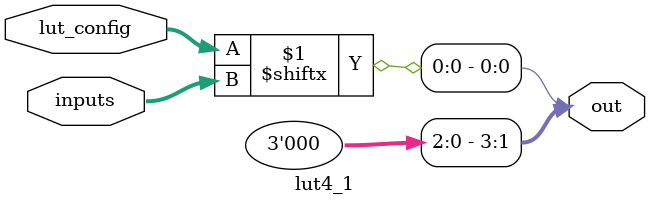
<source format=v>
`ifndef LUT_MODULE
`define LUT_MODULE

module lut4_1
(
    input  [15:0]    lut_config,
    input  [3:0]     inputs,
    output [3:0]     out
);

    assign out = lut_config[inputs];

endmodule

`endif
</source>
